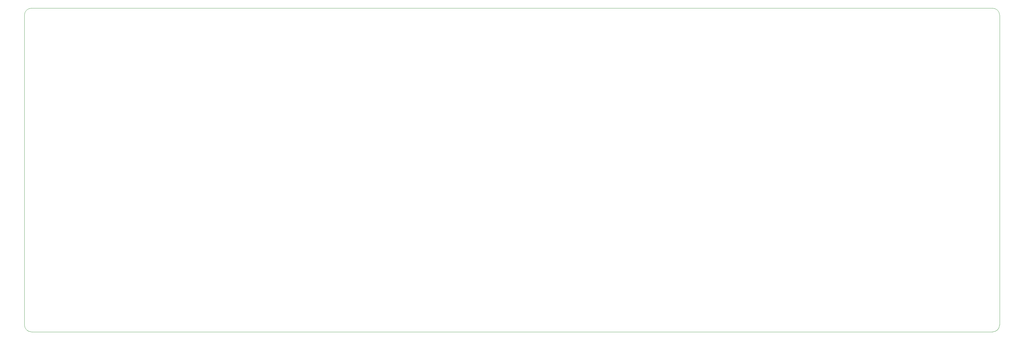
<source format=gbr>
%TF.GenerationSoftware,KiCad,Pcbnew,(5.1.9)-1*%
%TF.CreationDate,2021-10-24T15:32:31+09:00*%
%TF.ProjectId,main2,6d61696e-322e-46b6-9963-61645f706362,2*%
%TF.SameCoordinates,Original*%
%TF.FileFunction,Profile,NP*%
%FSLAX46Y46*%
G04 Gerber Fmt 4.6, Leading zero omitted, Abs format (unit mm)*
G04 Created by KiCad (PCBNEW (5.1.9)-1) date 2021-10-24 15:32:31*
%MOMM*%
%LPD*%
G01*
G04 APERTURE LIST*
%TA.AperFunction,Profile*%
%ADD10C,0.050000*%
%TD*%
G04 APERTURE END LIST*
D10*
X355000000Y-192610000D02*
X355000000Y-102010000D01*
X70000000Y-102000000D02*
X70000000Y-192610000D01*
X72000000Y-194610000D02*
G75*
G02*
X70000000Y-192610000I0J2000000D01*
G01*
X70000000Y-102000000D02*
G75*
G02*
X72000000Y-100000000I2000000J0D01*
G01*
X355000000Y-192610000D02*
G75*
G02*
X353000000Y-194610000I-2000000J0D01*
G01*
X353000000Y-100010000D02*
X72000000Y-100000000D01*
X72000000Y-194610000D02*
X353000000Y-194610000D01*
X353000000Y-100010000D02*
G75*
G02*
X355000000Y-102010000I0J-2000000D01*
G01*
M02*

</source>
